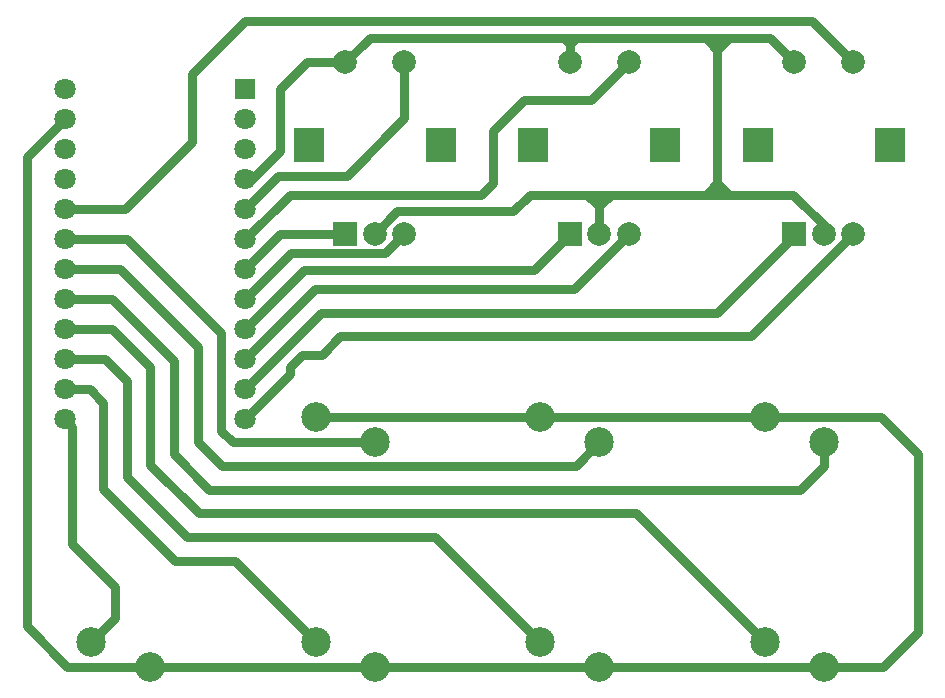
<source format=gbr>
%TF.GenerationSoftware,KiCad,Pcbnew,7.0.9*%
%TF.CreationDate,2023-11-21T21:31:42+09:00*%
%TF.ProjectId,celeron_kb_1,63656c65-726f-46e5-9f6b-625f312e6b69,rev?*%
%TF.SameCoordinates,Original*%
%TF.FileFunction,Copper,L2,Bot*%
%TF.FilePolarity,Positive*%
%FSLAX46Y46*%
G04 Gerber Fmt 4.6, Leading zero omitted, Abs format (unit mm)*
G04 Created by KiCad (PCBNEW 7.0.9) date 2023-11-21 21:31:42*
%MOMM*%
%LPD*%
G01*
G04 APERTURE LIST*
%TA.AperFunction,ComponentPad*%
%ADD10R,2.000000X2.000000*%
%TD*%
%TA.AperFunction,ComponentPad*%
%ADD11C,2.000000*%
%TD*%
%TA.AperFunction,ComponentPad*%
%ADD12R,2.500000X3.000000*%
%TD*%
%TA.AperFunction,ComponentPad*%
%ADD13C,2.500000*%
%TD*%
%TA.AperFunction,ComponentPad*%
%ADD14R,1.800000X1.800000*%
%TD*%
%TA.AperFunction,ComponentPad*%
%ADD15C,1.800000*%
%TD*%
%TA.AperFunction,Conductor*%
%ADD16C,0.800000*%
%TD*%
G04 APERTURE END LIST*
D10*
%TO.P,E2,A,A*%
%TO.N,Net-(P1-~D6{slash}A7)*%
X135500000Y-69250000D03*
D11*
%TO.P,E2,B,B*%
%TO.N,Net-(P1-D7)*%
X140500000Y-69250000D03*
%TO.P,E2,C,C*%
%TO.N,Net-(P1-GND-Pad4)*%
X138000000Y-69250000D03*
D12*
%TO.P,E2,MP*%
%TO.N,N/C*%
X132400000Y-61750000D03*
X143600000Y-61750000D03*
D11*
%TO.P,E2,S1,S1*%
%TO.N,Net-(P1-GND-Pad4)*%
X135500000Y-54750000D03*
%TO.P,E2,S2,S2*%
%TO.N,Net-(P1-~D3)*%
X140500000Y-54750000D03*
%TD*%
D13*
%TO.P,SW1,1,1*%
%TO.N,Net-(P1-D20{slash}A2)*%
X119000000Y-86900000D03*
%TO.P,SW1,2,2*%
%TO.N,Net-(P1-GND-Pad23)*%
X114000000Y-84800000D03*
%TD*%
D14*
%TO.P,promicro,1,D1/TX*%
%TO.N,unconnected-(P1-D1{slash}TX-Pad1)*%
X107985000Y-57020000D03*
D15*
%TO.P,promicro,2,D0/RX*%
%TO.N,unconnected-(P1-D0{slash}RX-Pad2)*%
X107985000Y-59560000D03*
%TO.P,promicro,3,GND*%
%TO.N,unconnected-(P1-GND-Pad3)*%
X107985000Y-62100000D03*
%TO.P,promicro,4,GND*%
%TO.N,Net-(P1-GND-Pad4)*%
X107985000Y-64640000D03*
%TO.P,promicro,5,D2*%
%TO.N,Net-(P1-D2)*%
X107985000Y-67180000D03*
%TO.P,promicro,6,~D3*%
%TO.N,Net-(P1-~D3)*%
X107985000Y-69720000D03*
%TO.P,promicro,7,D4/A6*%
%TO.N,Net-(P1-D4{slash}A6)*%
X107985000Y-72260000D03*
%TO.P,promicro,8,~D5*%
%TO.N,Net-(P1-~D5)*%
X107985000Y-74800000D03*
%TO.P,promicro,9,~D6/A7*%
%TO.N,Net-(P1-~D6{slash}A7)*%
X107985000Y-77340000D03*
%TO.P,promicro,10,D7*%
%TO.N,Net-(P1-D7)*%
X107985000Y-79880000D03*
%TO.P,promicro,11,D8/A8*%
%TO.N,Net-(P1-D8{slash}A8)*%
X107985000Y-82420000D03*
%TO.P,promicro,12,~D9/A9*%
%TO.N,Net-(P1-~D9{slash}A9)*%
X107985000Y-84960000D03*
%TO.P,promicro,13,~D10/A10*%
%TO.N,Net-(P1-~D10{slash}A10)*%
X92745000Y-84960000D03*
%TO.P,promicro,14,D16*%
%TO.N,Net-(P1-D16)*%
X92745000Y-82420000D03*
%TO.P,promicro,15,D14*%
%TO.N,Net-(P1-D14)*%
X92745000Y-79880000D03*
%TO.P,promicro,16,D15*%
%TO.N,Net-(P1-D15)*%
X92745000Y-77340000D03*
%TO.P,promicro,17,D18/A0*%
%TO.N,Net-(P1-D18{slash}A0)*%
X92745000Y-74800000D03*
%TO.P,promicro,18,D19/A1*%
%TO.N,Net-(P1-D19{slash}A1)*%
X92745000Y-72260000D03*
%TO.P,promicro,19,D20/A2*%
%TO.N,Net-(P1-D20{slash}A2)*%
X92745000Y-69720000D03*
%TO.P,promicro,20,D21/A3*%
%TO.N,Net-(P1-D21{slash}A3)*%
X92745000Y-67180000D03*
%TO.P,promicro,21,VCC*%
%TO.N,unconnected-(P1-VCC-Pad21)*%
X92745000Y-64640000D03*
%TO.P,promicro,22,RST*%
%TO.N,unconnected-(P1-RST-Pad22)*%
X92745000Y-62100000D03*
%TO.P,promicro,23,GND*%
%TO.N,Net-(P1-GND-Pad23)*%
X92745000Y-59560000D03*
%TO.P,promicro,24,RAW*%
%TO.N,unconnected-(P1-RAW-Pad24)*%
X92745000Y-57020000D03*
%TD*%
D13*
%TO.P,SW7,1,1*%
%TO.N,Net-(P1-GND-Pad23)*%
X157000000Y-105900000D03*
%TO.P,SW7,2,2*%
%TO.N,Net-(P1-D15)*%
X152000000Y-103800000D03*
%TD*%
%TO.P,SW5,1,1*%
%TO.N,Net-(P1-GND-Pad23)*%
X119000000Y-105900000D03*
%TO.P,SW5,2,2*%
%TO.N,Net-(P1-D16)*%
X114000000Y-103800000D03*
%TD*%
D10*
%TO.P,E3,A,A*%
%TO.N,Net-(P1-D8{slash}A8)*%
X154500000Y-69250000D03*
D11*
%TO.P,E3,B,B*%
%TO.N,Net-(P1-~D9{slash}A9)*%
X159500000Y-69250000D03*
%TO.P,E3,C,C*%
%TO.N,Net-(P1-GND-Pad4)*%
X157000000Y-69250000D03*
D12*
%TO.P,E3,MP*%
%TO.N,N/C*%
X151400000Y-61750000D03*
X162600000Y-61750000D03*
D11*
%TO.P,E3,S1,S1*%
%TO.N,Net-(P1-GND-Pad4)*%
X154500000Y-54750000D03*
%TO.P,E3,S2,S2*%
%TO.N,Net-(P1-D21{slash}A3)*%
X159500000Y-54750000D03*
%TD*%
D10*
%TO.P,E1,A,A*%
%TO.N,Net-(P1-D4{slash}A6)*%
X116500000Y-69250000D03*
D11*
%TO.P,E1,B,B*%
%TO.N,Net-(P1-~D5)*%
X121500000Y-69250000D03*
%TO.P,E1,C,C*%
%TO.N,Net-(P1-GND-Pad4)*%
X119000000Y-69250000D03*
D12*
%TO.P,E1,MP*%
%TO.N,N/C*%
X113400000Y-61750000D03*
X124600000Y-61750000D03*
D11*
%TO.P,E1,S1,S1*%
%TO.N,Net-(P1-GND-Pad4)*%
X116500000Y-54750000D03*
%TO.P,E1,S2,S2*%
%TO.N,Net-(P1-D2)*%
X121500000Y-54750000D03*
%TD*%
D13*
%TO.P,SW4,1,1*%
%TO.N,Net-(P1-GND-Pad23)*%
X100000000Y-105900000D03*
%TO.P,SW4,2,2*%
%TO.N,Net-(P1-~D10{slash}A10)*%
X95000000Y-103800000D03*
%TD*%
%TO.P,SW6,1,1*%
%TO.N,Net-(P1-GND-Pad23)*%
X138000000Y-105900000D03*
%TO.P,SW6,2,2*%
%TO.N,Net-(P1-D14)*%
X133000000Y-103800000D03*
%TD*%
%TO.P,SW3,1,1*%
%TO.N,Net-(P1-D18{slash}A0)*%
X157000000Y-86900000D03*
%TO.P,SW3,2,2*%
%TO.N,Net-(P1-GND-Pad23)*%
X152000000Y-84800000D03*
%TD*%
%TO.P,SW2,1,1*%
%TO.N,Net-(P1-D19{slash}A1)*%
X138000000Y-86900000D03*
%TO.P,SW2,2,2*%
%TO.N,Net-(P1-GND-Pad23)*%
X133000000Y-84800000D03*
%TD*%
D16*
%TO.N,Net-(P1-D16)*%
X94860000Y-82420000D02*
X92745000Y-82420000D01*
X96000000Y-83560000D02*
X94860000Y-82420000D01*
X102070000Y-96930000D02*
X96000000Y-90860000D01*
X96000000Y-90860000D02*
X96000000Y-83560000D01*
X107130000Y-96930000D02*
X102070000Y-96930000D01*
X114000000Y-103800000D02*
X107130000Y-96930000D01*
%TO.N,Net-(P1-D21{slash}A3)*%
X108000000Y-51250000D02*
X156000000Y-51250000D01*
X103540000Y-55710000D02*
X108000000Y-51250000D01*
X103540000Y-61460000D02*
X103540000Y-55710000D01*
X97820000Y-67180000D02*
X103540000Y-61460000D01*
X92745000Y-67180000D02*
X97820000Y-67180000D01*
X156000000Y-51250000D02*
X159500000Y-54750000D01*
%TO.N,Net-(P1-GND-Pad23)*%
X89570000Y-102500000D02*
X92970000Y-105900000D01*
X89570000Y-62735000D02*
X89570000Y-102500000D01*
X92970000Y-105900000D02*
X100000000Y-105900000D01*
X92745000Y-59560000D02*
X89570000Y-62735000D01*
%TO.N,Net-(P1-D20{slash}A2)*%
X106000000Y-77685000D02*
X106000000Y-85930000D01*
X98035000Y-69720000D02*
X106000000Y-77685000D01*
%TO.N,Net-(P1-~D9{slash}A9)*%
X112800900Y-79499100D02*
X114505900Y-79499100D01*
X111795000Y-80505000D02*
X112800900Y-79499100D01*
X111795000Y-81150000D02*
X111795000Y-80505000D01*
X107985000Y-84960000D02*
X111795000Y-81150000D01*
%TO.N,Net-(P1-D8{slash}A8)*%
X114475000Y-75930000D02*
X148000000Y-75930000D01*
X107985000Y-82420000D02*
X114475000Y-75930000D01*
X148000000Y-75930000D02*
X154500000Y-69430000D01*
X154500000Y-69430000D02*
X154500000Y-69250000D01*
%TO.N,Net-(P1-D7)*%
X113935000Y-73930000D02*
X135820000Y-73930000D01*
X107985000Y-79880000D02*
X113935000Y-73930000D01*
X135820000Y-73930000D02*
X140500000Y-69250000D01*
%TO.N,Net-(P1-~D6{slash}A7)*%
X113021000Y-72304000D02*
X132446000Y-72304000D01*
X132446000Y-72304000D02*
X135500000Y-69250000D01*
X107985000Y-77340000D02*
X113021000Y-72304000D01*
%TO.N,Net-(P1-~D5)*%
X119900000Y-70850000D02*
X121500000Y-69250000D01*
X111935000Y-70850000D02*
X119900000Y-70850000D01*
X107985000Y-74800000D02*
X111935000Y-70850000D01*
%TO.N,Net-(P1-D4{slash}A6)*%
X110995000Y-69250000D02*
X116500000Y-69250000D01*
X107985000Y-72260000D02*
X110995000Y-69250000D01*
%TO.N,Net-(P1-~D3)*%
X131630000Y-57930000D02*
X137320000Y-57930000D01*
X129000000Y-60560000D02*
X131630000Y-57930000D01*
X129000000Y-64930000D02*
X129000000Y-60560000D01*
X128000000Y-65930000D02*
X129000000Y-64930000D01*
X111775000Y-65930000D02*
X128000000Y-65930000D01*
X107985000Y-69720000D02*
X111775000Y-65930000D01*
X137320000Y-57930000D02*
X140500000Y-54750000D01*
%TO.N,Net-(P1-D2)*%
X121500000Y-59430000D02*
X121500000Y-54750000D01*
X116601600Y-64328400D02*
X121500000Y-59430000D01*
X110836600Y-64328400D02*
X116601600Y-64328400D01*
X107985000Y-67180000D02*
X110836600Y-64328400D01*
%TO.N,Net-(P1-GND-Pad4)*%
X113250000Y-54750000D02*
X116500000Y-54750000D01*
X110995000Y-62260000D02*
X111000000Y-62260000D01*
X111000000Y-57000000D02*
X113250000Y-54750000D01*
X108615000Y-64640000D02*
X110995000Y-62260000D01*
X107985000Y-64640000D02*
X108615000Y-64640000D01*
X111000000Y-62260000D02*
X111000000Y-57000000D01*
%TO.N,Net-(P1-D20{slash}A2)*%
X92745000Y-69720000D02*
X98035000Y-69720000D01*
%TO.N,Net-(P1-D19{slash}A1)*%
X106070000Y-88930000D02*
X136000000Y-88930000D01*
X104000000Y-78860000D02*
X104000000Y-86860000D01*
X97400000Y-72260000D02*
X104000000Y-78860000D01*
X92745000Y-72260000D02*
X97400000Y-72260000D01*
%TO.N,Net-(P1-D18{slash}A0)*%
X157000000Y-88930000D02*
X157000000Y-86900000D01*
X155000000Y-90930000D02*
X157000000Y-88930000D01*
X105000000Y-90930000D02*
X155000000Y-90930000D01*
X102000000Y-87930000D02*
X105000000Y-90930000D01*
X102000000Y-80035000D02*
X102000000Y-87930000D01*
X96765000Y-74800000D02*
X102000000Y-80035000D01*
X92745000Y-74800000D02*
X96765000Y-74800000D01*
%TO.N,Net-(P1-D15)*%
X141130000Y-92930000D02*
X152000000Y-103800000D01*
X104070000Y-92930000D02*
X141130000Y-92930000D01*
X100000000Y-88860000D02*
X104070000Y-92930000D01*
X100000000Y-80575000D02*
X100000000Y-88860000D01*
X92745000Y-77340000D02*
X96765000Y-77340000D01*
%TO.N,Net-(P1-D19{slash}A1)*%
X104000000Y-86860000D02*
X106070000Y-88930000D01*
%TO.N,Net-(P1-D14)*%
X124130000Y-94930000D02*
X133000000Y-103800000D01*
X103070000Y-94930000D02*
X124130000Y-94930000D01*
X98000000Y-89860000D02*
X103070000Y-94930000D01*
X98000000Y-81750000D02*
X98000000Y-89860000D01*
X96130000Y-79880000D02*
X98000000Y-81750000D01*
X92745000Y-79880000D02*
X96130000Y-79880000D01*
%TO.N,Net-(P1-~D10{slash}A10)*%
X97000000Y-101800000D02*
X95000000Y-103800000D01*
X97000000Y-99170000D02*
X97000000Y-101800000D01*
X93380000Y-95550000D02*
X97000000Y-99170000D01*
%TO.N,Net-(P1-D19{slash}A1)*%
X136000000Y-88900000D02*
X138000000Y-86900000D01*
%TO.N,Net-(P1-~D10{slash}A10)*%
X93380000Y-85595000D02*
X93380000Y-95550000D01*
%TO.N,Net-(P1-~D9{slash}A9)*%
X150820000Y-77930000D02*
X159500000Y-69250000D01*
X116075000Y-77930000D02*
X150820000Y-77930000D01*
X114505900Y-79499100D02*
X116075000Y-77930000D01*
%TO.N,Net-(P1-D15)*%
X96765000Y-77340000D02*
X100000000Y-80575000D01*
%TO.N,Net-(P1-~D10{slash}A10)*%
X92745000Y-84960000D02*
X93380000Y-85595000D01*
%TO.N,Net-(P1-D19{slash}A1)*%
X136000000Y-88930000D02*
X136000000Y-88900000D01*
%TO.N,Net-(P1-D20{slash}A2)*%
X106970000Y-86900000D02*
X119000000Y-86900000D01*
X106000000Y-85930000D02*
X106970000Y-86900000D01*
%TO.N,Net-(P1-GND-Pad23)*%
X100000000Y-105900000D02*
X119000000Y-105900000D01*
X119000000Y-105900000D02*
X138000000Y-105900000D01*
X152000000Y-84800000D02*
X161870000Y-84800000D01*
X161970000Y-105900000D02*
X157000000Y-105900000D01*
X152000000Y-84800000D02*
X133000000Y-84800000D01*
X114000000Y-84800000D02*
X133000000Y-84800000D01*
X165000000Y-102930000D02*
X162000000Y-105930000D01*
X161870000Y-84800000D02*
X165000000Y-87930000D01*
X157000000Y-105900000D02*
X138000000Y-105900000D01*
X162000000Y-105930000D02*
X161970000Y-105900000D01*
X165000000Y-87930000D02*
X165000000Y-102930000D01*
%TO.N,Net-(P1-GND-Pad4)*%
X135500000Y-54750000D02*
X135500000Y-53179600D01*
X148000000Y-65930000D02*
X149000000Y-65930000D01*
X130739200Y-67360800D02*
X132170000Y-65930000D01*
X118570400Y-52679600D02*
X135000000Y-52679600D01*
X138000000Y-66930000D02*
X137000000Y-65930000D01*
X154380000Y-65930000D02*
X157000000Y-68550000D01*
X148000000Y-53679600D02*
X149000000Y-52679600D01*
X119000000Y-69250000D02*
X120889200Y-67360800D01*
X135500000Y-53179600D02*
X136000000Y-52679600D01*
X147000000Y-52679600D02*
X149000000Y-52679600D01*
X148000000Y-54000000D02*
X148000000Y-53679600D01*
X138000000Y-65930000D02*
X139000000Y-65930000D01*
X152429600Y-52679600D02*
X154500000Y-54750000D01*
X148000000Y-64930000D02*
X147000000Y-65930000D01*
X157000000Y-68550000D02*
X157000000Y-69250000D01*
X148000000Y-64930000D02*
X149000000Y-65930000D01*
X135500000Y-53179600D02*
X135000000Y-52679600D01*
X148000000Y-53679600D02*
X147000000Y-52679600D01*
X147000000Y-65930000D02*
X148000000Y-65930000D01*
X138000000Y-66930000D02*
X138000000Y-65930000D01*
X116500000Y-54750000D02*
X116500000Y-54861321D01*
X149000000Y-65930000D02*
X154380000Y-65930000D01*
X120889200Y-67360800D02*
X130739200Y-67360800D01*
X148000000Y-54000000D02*
X148000000Y-64930000D01*
X135000000Y-52679600D02*
X136000000Y-52679600D01*
X148000000Y-52930000D02*
X148000000Y-54000000D01*
X116500000Y-54750000D02*
X118570400Y-52679600D01*
X138000000Y-69250000D02*
X138000000Y-66930000D01*
X148000000Y-64930000D02*
X148000000Y-65930000D01*
X139000000Y-65930000D02*
X147000000Y-65930000D01*
X132170000Y-65930000D02*
X137000000Y-65930000D01*
X149000000Y-52679600D02*
X152429600Y-52679600D01*
X137000000Y-65930000D02*
X138000000Y-65930000D01*
X136000000Y-52679600D02*
X147000000Y-52679600D01*
X138000000Y-66930000D02*
X139000000Y-65930000D01*
%TD*%
M02*

</source>
